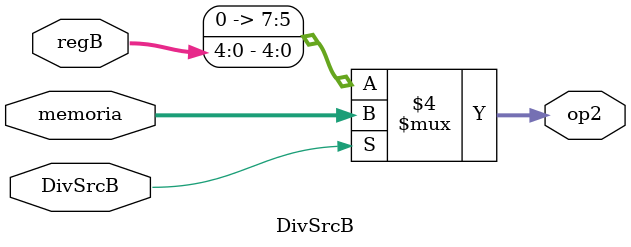
<source format=v>
module DivSrcB(input wire [4:0] regB, 
	       input wire [7:0] memoria,
	       input wire DivSrcB, 
               output reg [7:0] op2);
  
  always@(regB or memoria or DivSrcB)begin
      if (DivSrcB == 1'b0)
      begin
        op2 = regB;
      end

      else begin
        op2 = memoria;
      end
    end
      
endmodule
</source>
